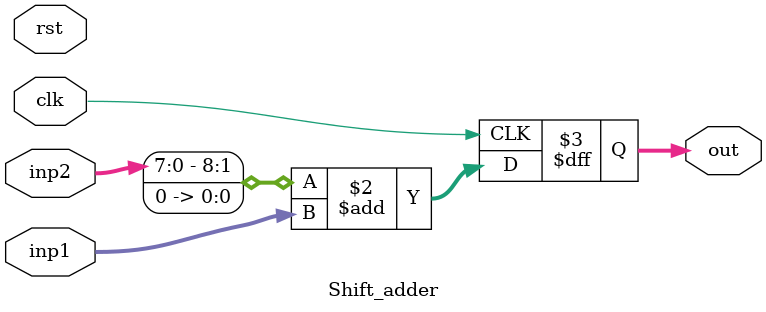
<source format=v>
`timescale 1ns / 1ps


module Shift_adder(clk, rst, inp1, inp2, out
    );
    input [7:0] inp1;
    input [7:0] inp2;
    output reg [8:0] out;
    
    input clk;
    input rst;
    
    always @(posedge clk)
    begin
    out={inp2, 1'b0} + inp1; 
    
    end
    
    
    
endmodule

</source>
